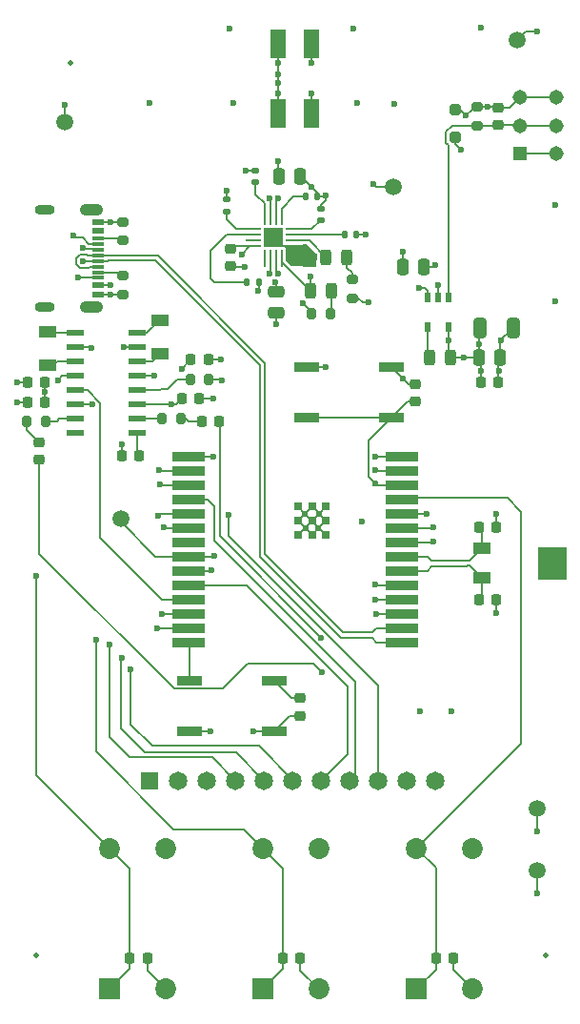
<source format=gbr>
%TF.GenerationSoftware,KiCad,Pcbnew,9.0.5*%
%TF.CreationDate,2025-11-15T02:09:42-05:00*%
%TF.ProjectId,CreditCard,43726564-6974-4436-9172-642e6b696361,rev?*%
%TF.SameCoordinates,Original*%
%TF.FileFunction,Copper,L4,Bot*%
%TF.FilePolarity,Positive*%
%FSLAX46Y46*%
G04 Gerber Fmt 4.6, Leading zero omitted, Abs format (unit mm)*
G04 Created by KiCad (PCBNEW 9.0.5) date 2025-11-15 02:09:42*
%MOMM*%
%LPD*%
G01*
G04 APERTURE LIST*
G04 Aperture macros list*
%AMRoundRect*
0 Rectangle with rounded corners*
0 $1 Rounding radius*
0 $2 $3 $4 $5 $6 $7 $8 $9 X,Y pos of 4 corners*
0 Add a 4 corners polygon primitive as box body*
4,1,4,$2,$3,$4,$5,$6,$7,$8,$9,$2,$3,0*
0 Add four circle primitives for the rounded corners*
1,1,$1+$1,$2,$3*
1,1,$1+$1,$4,$5*
1,1,$1+$1,$6,$7*
1,1,$1+$1,$8,$9*
0 Add four rect primitives between the rounded corners*
20,1,$1+$1,$2,$3,$4,$5,0*
20,1,$1+$1,$4,$5,$6,$7,0*
20,1,$1+$1,$6,$7,$8,$9,0*
20,1,$1+$1,$8,$9,$2,$3,0*%
G04 Aperture macros list end*
%TA.AperFunction,SMDPad,CuDef*%
%ADD10C,1.500000*%
%TD*%
%TA.AperFunction,ComponentPad*%
%ADD11R,1.854200X1.854200*%
%TD*%
%TA.AperFunction,ComponentPad*%
%ADD12C,1.854200*%
%TD*%
%TA.AperFunction,ComponentPad*%
%ADD13R,1.308000X1.308000*%
%TD*%
%TA.AperFunction,ComponentPad*%
%ADD14C,1.308000*%
%TD*%
%TA.AperFunction,ComponentPad*%
%ADD15R,1.650000X1.650000*%
%TD*%
%TA.AperFunction,ComponentPad*%
%ADD16C,1.650000*%
%TD*%
%TA.AperFunction,SMDPad,CuDef*%
%ADD17RoundRect,0.250000X-0.325000X-0.650000X0.325000X-0.650000X0.325000X0.650000X-0.325000X0.650000X0*%
%TD*%
%TA.AperFunction,SMDPad,CuDef*%
%ADD18RoundRect,0.225000X0.225000X0.250000X-0.225000X0.250000X-0.225000X-0.250000X0.225000X-0.250000X0*%
%TD*%
%TA.AperFunction,SMDPad,CuDef*%
%ADD19RoundRect,0.135000X0.135000X0.185000X-0.135000X0.185000X-0.135000X-0.185000X0.135000X-0.185000X0*%
%TD*%
%TA.AperFunction,SMDPad,CuDef*%
%ADD20R,1.600000X1.000000*%
%TD*%
%TA.AperFunction,SMDPad,CuDef*%
%ADD21R,2.500000X3.000000*%
%TD*%
%TA.AperFunction,SMDPad,CuDef*%
%ADD22RoundRect,0.225000X-0.225000X-0.250000X0.225000X-0.250000X0.225000X0.250000X-0.225000X0.250000X0*%
%TD*%
%TA.AperFunction,SMDPad,CuDef*%
%ADD23RoundRect,0.250000X-0.250000X-0.475000X0.250000X-0.475000X0.250000X0.475000X-0.250000X0.475000X0*%
%TD*%
%TA.AperFunction,SMDPad,CuDef*%
%ADD24RoundRect,0.135000X0.185000X-0.135000X0.185000X0.135000X-0.185000X0.135000X-0.185000X-0.135000X0*%
%TD*%
%TA.AperFunction,SMDPad,CuDef*%
%ADD25RoundRect,0.200000X0.275000X-0.200000X0.275000X0.200000X-0.275000X0.200000X-0.275000X-0.200000X0*%
%TD*%
%TA.AperFunction,SMDPad,CuDef*%
%ADD26RoundRect,0.225000X-0.250000X0.225000X-0.250000X-0.225000X0.250000X-0.225000X0.250000X0.225000X0*%
%TD*%
%TA.AperFunction,SMDPad,CuDef*%
%ADD27RoundRect,0.250000X-0.250000X0.250000X-0.250000X-0.250000X0.250000X-0.250000X0.250000X0.250000X0*%
%TD*%
%TA.AperFunction,SMDPad,CuDef*%
%ADD28RoundRect,0.200000X-0.200000X-0.275000X0.200000X-0.275000X0.200000X0.275000X-0.200000X0.275000X0*%
%TD*%
%TA.AperFunction,SMDPad,CuDef*%
%ADD29R,1.140000X0.600000*%
%TD*%
%TA.AperFunction,SMDPad,CuDef*%
%ADD30R,1.140000X0.300000*%
%TD*%
%TA.AperFunction,ComponentPad*%
%ADD31O,2.100000X1.050000*%
%TD*%
%TA.AperFunction,ComponentPad*%
%ADD32O,1.800000X0.900000*%
%TD*%
%TA.AperFunction,SMDPad,CuDef*%
%ADD33R,2.209800X0.863600*%
%TD*%
%TA.AperFunction,SMDPad,CuDef*%
%ADD34RoundRect,0.250000X-0.475000X0.250000X-0.475000X-0.250000X0.475000X-0.250000X0.475000X0.250000X0*%
%TD*%
%TA.AperFunction,SMDPad,CuDef*%
%ADD35C,0.500000*%
%TD*%
%TA.AperFunction,SMDPad,CuDef*%
%ADD36R,1.397000X2.500000*%
%TD*%
%TA.AperFunction,SMDPad,CuDef*%
%ADD37RoundRect,0.200000X0.200000X0.275000X-0.200000X0.275000X-0.200000X-0.275000X0.200000X-0.275000X0*%
%TD*%
%TA.AperFunction,SMDPad,CuDef*%
%ADD38R,0.280000X1.449999*%
%TD*%
%TA.AperFunction,SMDPad,CuDef*%
%ADD39R,0.279998X1.449999*%
%TD*%
%TA.AperFunction,SMDPad,CuDef*%
%ADD40R,1.449999X0.280000*%
%TD*%
%TA.AperFunction,SMDPad,CuDef*%
%ADD41R,0.280000X1.549999*%
%TD*%
%TA.AperFunction,SMDPad,CuDef*%
%ADD42R,1.700000X1.700000*%
%TD*%
%TA.AperFunction,SMDPad,CuDef*%
%ADD43R,0.508000X0.955600*%
%TD*%
%TA.AperFunction,SMDPad,CuDef*%
%ADD44RoundRect,0.243750X-0.243750X-0.456250X0.243750X-0.456250X0.243750X0.456250X-0.243750X0.456250X0*%
%TD*%
%TA.AperFunction,SMDPad,CuDef*%
%ADD45RoundRect,0.135000X-0.135000X-0.185000X0.135000X-0.185000X0.135000X0.185000X-0.135000X0.185000X0*%
%TD*%
%TA.AperFunction,SMDPad,CuDef*%
%ADD46RoundRect,0.250000X0.250000X0.475000X-0.250000X0.475000X-0.250000X-0.475000X0.250000X-0.475000X0*%
%TD*%
%TA.AperFunction,SMDPad,CuDef*%
%ADD47R,1.511300X0.558800*%
%TD*%
%TA.AperFunction,SMDPad,CuDef*%
%ADD48RoundRect,0.225000X0.250000X-0.225000X0.250000X0.225000X-0.250000X0.225000X-0.250000X-0.225000X0*%
%TD*%
%TA.AperFunction,SMDPad,CuDef*%
%ADD49R,3.000000X0.900000*%
%TD*%
%TA.AperFunction,SMDPad,CuDef*%
%ADD50R,3.000000X0.899998*%
%TD*%
%TA.AperFunction,SMDPad,CuDef*%
%ADD51R,3.000000X0.899996*%
%TD*%
%TA.AperFunction,SMDPad,CuDef*%
%ADD52R,0.800000X0.800000*%
%TD*%
%TA.AperFunction,SMDPad,CuDef*%
%ADD53RoundRect,0.135000X-0.185000X0.135000X-0.185000X-0.135000X0.185000X-0.135000X0.185000X0.135000X0*%
%TD*%
%TA.AperFunction,ViaPad*%
%ADD54C,0.600000*%
%TD*%
%TA.AperFunction,Conductor*%
%ADD55C,0.200000*%
%TD*%
G04 APERTURE END LIST*
D10*
%TO.P,IOCHG_TP1,1,1*%
%TO.N,IO_CHG*%
X110000000Y-81150000D03*
%TD*%
%TO.P,Vsys_TP1,1,1*%
%TO.N,Vsys*%
X134250000Y-51650000D03*
%TD*%
%TO.P,Vbus_TP1,1,1*%
%TO.N,Vbus*%
X105000000Y-45900000D03*
%TD*%
%TO.P,Vbat_TP1,1,1*%
%TO.N,Vbat*%
X145250000Y-38650000D03*
%TD*%
D11*
%TO.P,SW1,1,1*%
%TO.N,GPIO2*%
X109000000Y-122914250D03*
D12*
%TO.P,SW1,2,2*%
%TO.N,GND*%
X114000000Y-122914250D03*
%TO.P,SW1,3,3*%
X114000000Y-110414250D03*
%TO.P,SW1,4,4*%
%TO.N,GPIO2*%
X109000000Y-110414250D03*
%TD*%
D13*
%TO.P,S1,1*%
%TO.N,Vsys*%
X145525000Y-48725000D03*
D14*
%TO.P,S1,2*%
%TO.N,/PWR/POWER_EN*%
X145525000Y-46225000D03*
%TO.P,S1,3*%
%TO.N,GND*%
X145525000Y-43725000D03*
%TO.P,S1,4*%
%TO.N,Vsys*%
X148725000Y-48725000D03*
%TO.P,S1,5*%
%TO.N,/PWR/POWER_EN*%
X148725000Y-46225000D03*
%TO.P,S1,6*%
%TO.N,GND*%
X148725000Y-43725000D03*
%TD*%
D11*
%TO.P,SW2,1,1*%
%TO.N,GPIO3*%
X122649200Y-122914250D03*
D12*
%TO.P,SW2,2,2*%
%TO.N,GND*%
X127649200Y-122914250D03*
%TO.P,SW2,3,3*%
X127649200Y-110414250D03*
%TO.P,SW2,4,4*%
%TO.N,GPIO3*%
X122649200Y-110414250D03*
%TD*%
D15*
%TO.P,J2,1,1*%
%TO.N,3V3*%
X112600000Y-104400000D03*
D16*
%TO.P,J2,2,2*%
%TO.N,unconnected-(J2-Pad2)*%
X115140000Y-104400000D03*
%TO.P,J2,3,3*%
%TO.N,GND*%
X117680000Y-104400000D03*
%TO.P,J2,4,4*%
%TO.N,SCK*%
X120220000Y-104400000D03*
%TO.P,J2,5,5*%
%TO.N,MISO*%
X122760000Y-104400000D03*
%TO.P,J2,6,6*%
%TO.N,MOSI*%
X125300000Y-104400000D03*
%TO.P,J2,7,7*%
%TO.N,LCD_CS*%
X127840000Y-104400000D03*
%TO.P,J2,8,8*%
%TO.N,LCD_RESET*%
X130380000Y-104400000D03*
%TO.P,J2,9,9*%
%TO.N,LCD_D{slash}C*%
X132920000Y-104400000D03*
%TO.P,J2,10,10*%
%TO.N,CS_SD*%
X135460000Y-104400000D03*
%TO.P,J2,11,11*%
%TO.N,Net-(J2-Pad11)*%
X138000000Y-104400000D03*
%TD*%
D11*
%TO.P,SW3,1,1*%
%TO.N,GPIO4*%
X136298400Y-122914250D03*
D12*
%TO.P,SW3,2,2*%
%TO.N,GND*%
X141298400Y-122914250D03*
%TO.P,SW3,3,3*%
X141298400Y-110414250D03*
%TO.P,SW3,4,4*%
%TO.N,GPIO4*%
X136298400Y-110414250D03*
%TD*%
D17*
%TO.P,C7,1*%
%TO.N,3V3*%
X141925000Y-64200000D03*
%TO.P,C7,2*%
%TO.N,GND*%
X144875000Y-64200000D03*
%TD*%
D18*
%TO.P,C24,1*%
%TO.N,3V3*%
X103275000Y-70795000D03*
%TO.P,C24,2*%
%TO.N,GND*%
X101725000Y-70795000D03*
%TD*%
D19*
%TO.P,R31,1*%
%TO.N,GND*%
X127500099Y-52520100D03*
%TO.P,R31,2*%
%TO.N,/PWR/CE_CHR*%
X126480099Y-52520100D03*
%TD*%
D20*
%TO.P,Y1,1*%
%TO.N,XTAL_P*%
X142100000Y-86400000D03*
%TO.P,Y1,2*%
%TO.N,XTAL_N*%
X142100000Y-83800000D03*
D21*
%TO.P,Y1,S1*%
%TO.N,N/C*%
X148350000Y-85100000D03*
%TD*%
D10*
%TO.P,GND_TP1,1,1*%
%TO.N,GND*%
X147000000Y-112400000D03*
%TD*%
D22*
%TO.P,C8,1*%
%TO.N,3V3*%
X142025000Y-69000000D03*
%TO.P,C8,2*%
%TO.N,GND*%
X143575000Y-69000000D03*
%TD*%
D23*
%TO.P,C4,1*%
%TO.N,3V3*%
X141850000Y-66800000D03*
%TO.P,C4,2*%
%TO.N,GND*%
X143750000Y-66800000D03*
%TD*%
D22*
%TO.P,C11,1*%
%TO.N,GPIO3*%
X124425000Y-120200000D03*
%TO.P,C11,2*%
%TO.N,GND*%
X125975000Y-120200000D03*
%TD*%
D24*
%TO.P,R8,1*%
%TO.N,/PWR/TS_CHR*%
X121990099Y-51230100D03*
%TO.P,R8,2*%
%TO.N,GND*%
X121990099Y-50210100D03*
%TD*%
D22*
%TO.P,C12,1*%
%TO.N,XTAL_P*%
X141875000Y-88300000D03*
%TO.P,C12,2*%
%TO.N,GND*%
X143425000Y-88300000D03*
%TD*%
D25*
%TO.P,R10,1*%
%TO.N,/PWR/POWER_EN*%
X141725000Y-46250000D03*
%TO.P,R10,2*%
%TO.N,GND*%
X141725000Y-44600000D03*
%TD*%
D26*
%TO.P,C22,1*%
%TO.N,Net-(C22-Pad1)*%
X102746307Y-74370000D03*
%TO.P,C22,2*%
%TO.N,AudioR*%
X102746307Y-75920000D03*
%TD*%
D27*
%TO.P,D5,1,A1*%
%TO.N,GND*%
X139725000Y-44775000D03*
%TO.P,D5,2,A2*%
%TO.N,Vsys*%
X139725000Y-47275000D03*
%TD*%
D28*
%TO.P,R4,1*%
%TO.N,Vsys*%
X126965099Y-62920100D03*
%TO.P,R4,2*%
%TO.N,Net-(D2-A)*%
X128615099Y-62920100D03*
%TD*%
D20*
%TO.P,U11,1,VDD*%
%TO.N,Net-(U10-+OUT_L)*%
X113500000Y-63500000D03*
%TO.P,U11,2,GND*%
%TO.N,Net-(U10--OUT_L)*%
X113500000Y-66500000D03*
%TD*%
D22*
%TO.P,C17,1*%
%TO.N,XTAL_N*%
X141875000Y-81900000D03*
%TO.P,C17,2*%
%TO.N,GND*%
X143425000Y-81900000D03*
%TD*%
D29*
%TO.P,J3,A1_B12,GND*%
%TO.N,GND*%
X107965000Y-61200000D03*
%TO.P,J3,A4_B9,VBUS*%
%TO.N,Vbus*%
X107965000Y-60400000D03*
D30*
%TO.P,J3,A5,CC1_A*%
%TO.N,Net-(J3-CC1_A)*%
X107965000Y-59250000D03*
%TO.P,J3,A6,D+_A*%
%TO.N,D_P*%
X107965000Y-58250000D03*
%TO.P,J3,A7,D-_A*%
%TO.N,D_N*%
X107965000Y-57750000D03*
%TO.P,J3,A8,SBU1*%
%TO.N,Net-(F6-GOLDFINGER)*%
X107965000Y-56750000D03*
D29*
%TO.P,J3,B1_A12,GND__1*%
%TO.N,GND*%
X107965000Y-54800000D03*
%TO.P,J3,B4_A9,VBUS__1*%
%TO.N,unconnected-(J3-VBUS__1-PadB4_A9)*%
X107965000Y-55600000D03*
D30*
%TO.P,J3,B5,CC1_B*%
%TO.N,Net-(J3-CC1_B)*%
X107965000Y-56250000D03*
%TO.P,J3,B6,D+_B*%
%TO.N,D_P*%
X107965000Y-57250000D03*
%TO.P,J3,B7,D-_B*%
%TO.N,D_N*%
X107965000Y-58750000D03*
%TO.P,J3,B8,SBU2*%
%TO.N,Net-(F5-GOLDFINGER)*%
X107965000Y-59750000D03*
D31*
%TO.P,J3,SH1,SHIELD*%
%TO.N,GND*%
X107395000Y-62320000D03*
%TO.P,J3,SH2,SHIELD__1*%
X107395000Y-53680000D03*
D32*
%TO.P,J3,SH3,SHIELD__2*%
X103215000Y-62320000D03*
%TO.P,J3,SH4,SHIELD__3*%
X103215000Y-53680000D03*
%TD*%
D33*
%TO.P,U3,1,1*%
%TO.N,MCU_EN*%
X126557000Y-72150000D03*
%TO.P,U3,2,2*%
X134050000Y-72150000D03*
%TO.P,U3,3,3*%
%TO.N,GND*%
X126557000Y-67649998D03*
%TO.P,U3,4,4*%
X134050000Y-67649998D03*
%TD*%
D34*
%TO.P,C15,1*%
%TO.N,Vsys*%
X123790099Y-60970100D03*
%TO.P,C15,2*%
%TO.N,GND*%
X123790099Y-62870100D03*
%TD*%
D35*
%TO.P,FID2,*%
%TO.N,*%
X102500000Y-119900000D03*
%TD*%
D28*
%TO.P,R15,1*%
%TO.N,Net-(U10-INL)*%
X113675000Y-72245000D03*
%TO.P,R15,2*%
%TO.N,Net-(C6-Pad1)*%
X115325000Y-72245000D03*
%TD*%
D25*
%TO.P,R11,1*%
%TO.N,Net-(J3-CC1_B)*%
X110175000Y-56425000D03*
%TO.P,R11,2*%
%TO.N,GND*%
X110175000Y-54775000D03*
%TD*%
D36*
%TO.P,J1,1,1_1*%
%TO.N,GND*%
X126977478Y-45166955D03*
%TO.P,J1,2,1_2*%
X126977478Y-38966957D03*
%TO.P,J1,3,2_1*%
%TO.N,Vbat*%
X123977479Y-45166955D03*
%TO.P,J1,4,2_2*%
X123977479Y-38966957D03*
%TD*%
D37*
%TO.P,R18,1*%
%TO.N,3V3*%
X117825000Y-68800000D03*
%TO.P,R18,2*%
%TO.N,Net-(U10-MUTE)*%
X116175000Y-68800000D03*
%TD*%
D38*
%TO.P,U1,1,TS*%
%TO.N,/PWR/TS_CHR*%
X122799999Y-54400000D03*
%TO.P,U1,2,BAT*%
%TO.N,Vbat*%
X123300000Y-54400000D03*
D39*
%TO.P,U1,3,BAT*%
X123799999Y-54400000D03*
D38*
%TO.P,U1,4,\u002ACE*%
%TO.N,/PWR/CE_CHR*%
X124300001Y-54400000D03*
D40*
%TO.P,U1,5,EN2*%
%TO.N,/PWR/EN2_CHR*%
X125325000Y-55424811D03*
%TO.P,U1,6,EN1*%
%TO.N,/PWR/EN1_CHR*%
X125325000Y-55924937D03*
%TO.P,U1,7,\u002APGOOD*%
%TO.N,Net-(D3-K)*%
X125325000Y-56425063D03*
%TO.P,U1,8,VSS*%
%TO.N,GND*%
X125325000Y-56925189D03*
D41*
%TO.P,U1,9,\u002ACHG*%
%TO.N,IO_CHG*%
X124300001Y-58000000D03*
%TO.P,U1,10,OUT*%
%TO.N,Vsys*%
X123800000Y-58000000D03*
%TO.P,U1,11,OUT*%
X123300000Y-58000000D03*
%TO.P,U1,12,ILIM*%
%TO.N,/PWR/ILIM_CHR*%
X122799999Y-58000000D03*
D40*
%TO.P,U1,13,IN*%
%TO.N,Vbus*%
X121775000Y-56925189D03*
%TO.P,U1,14,TMR*%
%TO.N,/PWR/TMR_CHR*%
X121775000Y-56425063D03*
%TO.P,U1,15,TD*%
%TO.N,/PWR/TD_CHR*%
X121775000Y-55924937D03*
%TO.P,U1,16,ISET*%
%TO.N,/PWR/ISET_CHR*%
X121775000Y-55424811D03*
D42*
%TO.P,U1,17,EPAD*%
%TO.N,GND*%
X123550000Y-56175000D03*
%TD*%
D22*
%TO.P,C18,1*%
%TO.N,GPIO4*%
X138025000Y-120200000D03*
%TO.P,C18,2*%
%TO.N,GND*%
X139575000Y-120200000D03*
%TD*%
D43*
%TO.P,U2,1,VIN*%
%TO.N,Vsys*%
X137249999Y-61522200D03*
%TO.P,U2,2,GND*%
%TO.N,GND*%
X138200000Y-61522200D03*
%TO.P,U2,3,\u002ASHDN*%
%TO.N,/PWR/POWER_EN*%
X139150001Y-61522200D03*
%TO.P,U2,4,VFB/VOUT*%
%TO.N,3V3*%
X139150001Y-64077800D03*
%TO.P,U2,5,LX*%
%TO.N,Net-(U2-LX)*%
X137249999Y-64077800D03*
%TD*%
D25*
%TO.P,R5,1*%
%TO.N,Vsys*%
X130590099Y-61545100D03*
%TO.P,R5,2*%
%TO.N,Net-(D3-A)*%
X130590099Y-59895100D03*
%TD*%
D18*
%TO.P,C5,1*%
%TO.N,Net-(U10-VREF)*%
X111675450Y-75545000D03*
%TO.P,C5,2*%
%TO.N,GND*%
X110125450Y-75545000D03*
%TD*%
D44*
%TO.P,D3,1,K*%
%TO.N,Net-(D3-K)*%
X128252599Y-57920100D03*
%TO.P,D3,2,A*%
%TO.N,Net-(D3-A)*%
X130127599Y-57920100D03*
%TD*%
D24*
%TO.P,R7,1*%
%TO.N,/PWR/ISET_CHR*%
X119390099Y-53830100D03*
%TO.P,R7,2*%
%TO.N,GND*%
X119390099Y-52810100D03*
%TD*%
D35*
%TO.P,FID3,*%
%TO.N,*%
X147750000Y-119900000D03*
%TD*%
D22*
%TO.P,C6,1*%
%TO.N,Net-(C6-Pad1)*%
X117225000Y-72500000D03*
%TO.P,C6,2*%
%TO.N,AudioL*%
X118775000Y-72500000D03*
%TD*%
D44*
%TO.P,L1,1,1*%
%TO.N,Net-(U2-LX)*%
X137462500Y-66800000D03*
%TO.P,L1,2,2*%
%TO.N,3V3*%
X139337500Y-66800000D03*
%TD*%
D26*
%TO.P,C14,1*%
%TO.N,Vbus*%
X119790099Y-57145100D03*
%TO.P,C14,2*%
%TO.N,GND*%
X119790099Y-58695100D03*
%TD*%
D23*
%TO.P,C13,1*%
%TO.N,Vbat*%
X124040099Y-50720100D03*
%TO.P,C13,2*%
%TO.N,GND*%
X125940099Y-50720100D03*
%TD*%
D10*
%TO.P,3V3_TP1,1,1*%
%TO.N,3V3*%
X147000000Y-106900000D03*
%TD*%
D45*
%TO.P,R26,1*%
%TO.N,/PWR/EN1_CHR*%
X129880099Y-55920100D03*
%TO.P,R26,2*%
%TO.N,Vsys*%
X130900099Y-55920100D03*
%TD*%
D46*
%TO.P,C3,1*%
%TO.N,Vsys*%
X136950000Y-58800000D03*
%TO.P,C3,2*%
%TO.N,GND*%
X135050000Y-58800000D03*
%TD*%
D26*
%TO.P,C9,1*%
%TO.N,IO9*%
X125950000Y-97075000D03*
%TO.P,C9,2*%
%TO.N,GND*%
X125950000Y-98625000D03*
%TD*%
D47*
%TO.P,U10,1,+OUT_L*%
%TO.N,Net-(U10-+OUT_L)*%
X111500000Y-64650000D03*
%TO.P,U10,2,PGND*%
%TO.N,GND*%
X111500000Y-65920000D03*
%TO.P,U10,3,-OUT_L*%
%TO.N,Net-(U10--OUT_L)*%
X111500000Y-67190000D03*
%TO.P,U10,4,PVDD*%
%TO.N,3V3*%
X111500000Y-68460000D03*
%TO.P,U10,5,MUTE*%
%TO.N,Net-(U10-MUTE)*%
X111500000Y-69730000D03*
%TO.P,U10,6,VDD*%
%TO.N,3V3*%
X111500000Y-71000000D03*
%TO.P,U10,7,INL*%
%TO.N,Net-(U10-INL)*%
X111500000Y-72270000D03*
%TO.P,U10,8,VREF*%
%TO.N,Net-(U10-VREF)*%
X111500000Y-73540000D03*
%TO.P,U10,9,NC*%
%TO.N,unconnected-(U10-NC-Pad9)*%
X106000900Y-73540000D03*
%TO.P,U10,10,INR*%
%TO.N,Net-(U10-INR)*%
X106000900Y-72270000D03*
%TO.P,U10,11,GND*%
%TO.N,GND*%
X106000900Y-71000000D03*
%TO.P,U10,12,SHND*%
%TO.N,AudioCS*%
X106000900Y-69730000D03*
%TO.P,U10,13,PVDD*%
%TO.N,3V3*%
X106000900Y-68460000D03*
%TO.P,U10,14,-OUT_R*%
%TO.N,Net-(U10--OUT_R)*%
X106000900Y-67190000D03*
%TO.P,U10,15,PGND*%
%TO.N,GND*%
X106000900Y-65920000D03*
%TO.P,U10,16,+OUT_R*%
%TO.N,Net-(U10-+OUT_R)*%
X106000900Y-64650000D03*
%TD*%
D28*
%TO.P,R16,1*%
%TO.N,Net-(C22-Pad1)*%
X101675000Y-72500000D03*
%TO.P,R16,2*%
%TO.N,Net-(U10-INR)*%
X103325000Y-72500000D03*
%TD*%
D33*
%TO.P,U4,1,1*%
%TO.N,IO9*%
X123646500Y-95499999D03*
%TO.P,U4,2,2*%
X116153500Y-95499999D03*
%TO.P,U4,3,3*%
%TO.N,GND*%
X123646500Y-100000001D03*
%TO.P,U4,4,4*%
X116153500Y-100000001D03*
%TD*%
D35*
%TO.P,FID6,*%
%TO.N,*%
X105500000Y-40650000D03*
%TD*%
D18*
%TO.P,C23,1*%
%TO.N,3V3*%
X103275000Y-69000000D03*
%TO.P,C23,2*%
%TO.N,GND*%
X101725000Y-69000000D03*
%TD*%
D22*
%TO.P,C10,1*%
%TO.N,GPIO2*%
X110825000Y-120200000D03*
%TO.P,C10,2*%
%TO.N,GND*%
X112375000Y-120200000D03*
%TD*%
D18*
%TO.P,C26,1*%
%TO.N,GND*%
X116975000Y-70500000D03*
%TO.P,C26,2*%
%TO.N,3V3*%
X115425000Y-70500000D03*
%TD*%
D25*
%TO.P,R12,1*%
%TO.N,GND*%
X110175000Y-61225000D03*
%TO.P,R12,2*%
%TO.N,Net-(J3-CC1_A)*%
X110175000Y-59575000D03*
%TD*%
D44*
%TO.P,D2,1,K*%
%TO.N,IO_CHG*%
X126852599Y-60920100D03*
%TO.P,D2,2,A*%
%TO.N,Net-(D2-A)*%
X128727599Y-60920100D03*
%TD*%
D20*
%TO.P,U9,1,VDD*%
%TO.N,Net-(U10-+OUT_R)*%
X103500000Y-64500000D03*
%TO.P,U9,2,GND*%
%TO.N,Net-(U10--OUT_R)*%
X103500000Y-67500000D03*
%TD*%
D48*
%TO.P,C1,1*%
%TO.N,MCU_EN*%
X136200000Y-70725000D03*
%TO.P,C1,2*%
%TO.N,GND*%
X136200000Y-69175000D03*
%TD*%
D45*
%TO.P,R23,1*%
%TO.N,/PWR/TD_CHR*%
X121240000Y-60150000D03*
%TO.P,R23,2*%
%TO.N,Vsys*%
X122260000Y-60150000D03*
%TD*%
D49*
%TO.P,U8,1,GND*%
%TO.N,GND*%
X135000000Y-75590000D03*
%TO.P,U8,2,3V3*%
%TO.N,3V3*%
X135000000Y-76860000D03*
%TO.P,U8,3,EN*%
%TO.N,MCU_EN*%
X135000000Y-78130000D03*
%TO.P,U8,4,IO4*%
%TO.N,GPIO4*%
X135000000Y-79400000D03*
%TO.P,U8,5,IO5*%
%TO.N,GPIO5*%
X135000000Y-80670000D03*
%TO.P,U8,6,IO6*%
%TO.N,GPIO6*%
X135000000Y-81940000D03*
%TO.P,U8,7,IO7*%
%TO.N,GPIO7*%
X135000000Y-83210000D03*
%TO.P,U8,8,IO0*%
%TO.N,XTAL_N*%
X135000000Y-84480000D03*
%TO.P,U8,9,IO1*%
%TO.N,XTAL_P*%
X135000000Y-85750000D03*
%TO.P,U8,10,IO8*%
%TO.N,Net-(U8-IO8)*%
X135000000Y-87020000D03*
%TO.P,U8,11,IO10*%
%TO.N,AudioL*%
X135000000Y-88290000D03*
%TO.P,U8,12,IO11*%
%TO.N,AudioR*%
X135000000Y-89560000D03*
D50*
%TO.P,U8,13,IO12*%
%TO.N,D_N*%
X135000000Y-90829999D03*
%TO.P,U8,14,IO13*%
%TO.N,D_P*%
X135000000Y-92099999D03*
D49*
%TO.P,U8,15,IO9*%
%TO.N,IO9*%
X116000000Y-92100000D03*
%TO.P,U8,16,IO18*%
%TO.N,MISO*%
X116000000Y-90830000D03*
%TO.P,U8,17,IO19*%
%TO.N,MOSI*%
X116000000Y-89560000D03*
%TO.P,U8,18,IO20*%
%TO.N,AudioCS*%
X116000000Y-88290000D03*
%TO.P,U8,19,IO21*%
%TO.N,LCD_CS*%
X116000000Y-87020000D03*
%TO.P,U8,20,IO22*%
%TO.N,CS_SD*%
X116000000Y-85750000D03*
%TO.P,U8,21,IO23*%
%TO.N,IO_CHG*%
X116000000Y-84480000D03*
D50*
%TO.P,U8,22,NC*%
%TO.N,unconnected-(U8-NC-Pad22)*%
X116000000Y-83210001D03*
D51*
%TO.P,U8,23,IO15*%
%TO.N,SCK*%
X116000000Y-81940002D03*
D50*
%TO.P,U8,24,RXD0/GPIO17*%
%TO.N,LCD_D{slash}C*%
X116000000Y-80670001D03*
D49*
%TO.P,U8,25,TXD0/GPIO16*%
%TO.N,LCD_RESET*%
X116000000Y-79400000D03*
D50*
%TO.P,U8,26,IO3*%
%TO.N,GPIO3*%
X116000000Y-78130001D03*
D49*
%TO.P,U8,27,IO2*%
%TO.N,GPIO2*%
X116000000Y-76860000D03*
D50*
%TO.P,U8,28,GND__1*%
%TO.N,GND*%
X116000000Y-75590001D03*
D52*
%TO.P,U8,29_1,GND__2*%
X128255000Y-80060000D03*
%TO.P,U8,29_2,GND__3*%
X127005000Y-80060000D03*
%TO.P,U8,29_3,GND__4*%
X125755000Y-80060000D03*
%TO.P,U8,29_4,GND__5*%
X128255000Y-81310000D03*
%TO.P,U8,29_5,GND__6*%
X127005000Y-81310000D03*
%TO.P,U8,29_6,GND__7*%
X125755000Y-81310000D03*
%TO.P,U8,29_7,GND__8*%
X128255000Y-82560000D03*
%TO.P,U8,29_8,GND__9*%
X127005000Y-82560000D03*
%TO.P,U8,29_9,GND__10*%
X125755000Y-82560000D03*
%TD*%
D48*
%TO.P,C16,1*%
%TO.N,/PWR/POWER_EN*%
X143525000Y-46200000D03*
%TO.P,C16,2*%
%TO.N,GND*%
X143525000Y-44650000D03*
%TD*%
D22*
%TO.P,C25,1*%
%TO.N,3V3*%
X116225000Y-67000000D03*
%TO.P,C25,2*%
%TO.N,GND*%
X117775000Y-67000000D03*
%TD*%
D53*
%TO.P,R29,1*%
%TO.N,GND*%
X127790099Y-53610100D03*
%TO.P,R29,2*%
%TO.N,/PWR/EN2_CHR*%
X127790099Y-54630100D03*
%TD*%
D54*
%TO.N,Vbat*%
X147000000Y-37900000D03*
%TO.N,Vsys*%
X132500000Y-51400000D03*
%TO.N,Vbus*%
X105000000Y-44400000D03*
%TO.N,GND*%
X147000000Y-114400000D03*
%TO.N,3V3*%
X147000000Y-108900000D03*
X103275000Y-69900000D03*
X104437500Y-68837500D03*
X113000000Y-68460000D03*
X115412500Y-67812500D03*
X114500000Y-71000000D03*
X119000000Y-68900000D03*
%TO.N,Vsys*%
X140250000Y-48400000D03*
X136500000Y-60650000D03*
X138000000Y-58650000D03*
X131750000Y-55900000D03*
X132000000Y-61900000D03*
X126204664Y-62000783D03*
X123750000Y-60150000D03*
X122250000Y-60900000D03*
X124000000Y-59400000D03*
X123250000Y-59400000D03*
%TO.N,Vbat*%
X123977479Y-40650000D03*
X123977479Y-41650000D03*
X123977479Y-42400000D03*
X123977479Y-43400000D03*
X123977479Y-49400000D03*
X124000000Y-52650000D03*
X123250000Y-52650000D03*
%TO.N,3V3*%
X141850000Y-65600000D03*
X148600000Y-61800000D03*
X140500000Y-66800000D03*
X132600000Y-76800000D03*
X142025000Y-68000000D03*
X139400000Y-98200000D03*
X131462500Y-81362500D03*
X139150001Y-65300000D03*
%TO.N,MCU_EN*%
X132600000Y-78000000D03*
%TO.N,GND*%
X118000000Y-100000001D03*
X121100000Y-50200000D03*
X125300000Y-58300000D03*
X126422500Y-81977500D03*
X130700000Y-37600000D03*
X109100000Y-54800000D03*
X109100000Y-61200000D03*
X126949999Y-51650001D03*
X126100000Y-57600000D03*
X143600000Y-68000000D03*
X131000000Y-44250001D03*
X126977478Y-43400000D03*
X118200000Y-75600000D03*
X100800000Y-69000000D03*
X126397500Y-80702500D03*
X125325000Y-57600000D03*
X121000000Y-58800003D03*
X123800000Y-63900000D03*
X118900000Y-67000000D03*
X127607500Y-80707500D03*
X126800000Y-58300000D03*
X121800000Y-100000000D03*
X110300000Y-65900000D03*
X120000000Y-44250001D03*
X138200000Y-60400000D03*
X132600000Y-75600000D03*
X100800000Y-70800000D03*
X143800000Y-65300000D03*
X119700000Y-37600000D03*
X128250000Y-52400000D03*
X126100000Y-58300000D03*
X136600000Y-98200000D03*
X107500000Y-71000000D03*
X142600000Y-44600000D03*
X148600000Y-53300000D03*
X134300000Y-44300000D03*
X135100000Y-57400000D03*
X110100000Y-74500000D03*
X135100001Y-68699999D03*
X118200000Y-70500000D03*
X140700000Y-45300000D03*
X142000000Y-37500000D03*
X128200000Y-67700000D03*
X119400000Y-52000000D03*
X127582500Y-81982500D03*
X143400000Y-80700000D03*
X112600000Y-44200000D03*
X143425000Y-89500000D03*
X107400000Y-66000000D03*
X126977478Y-40650000D03*
X126800000Y-57600000D03*
%TO.N,GPIO2*%
X102500000Y-86200000D03*
X113400000Y-76800000D03*
%TO.N,GPIO3*%
X113500000Y-78100000D03*
X107800000Y-91900000D03*
%TO.N,Vbus*%
X109100000Y-60400000D03*
X120750000Y-57650000D03*
%TO.N,GPIO5*%
X137200000Y-80700000D03*
%TO.N,GPIO6*%
X137800000Y-81900000D03*
%TO.N,GPIO7*%
X137800000Y-83200000D03*
%TO.N,IO_CHG*%
X118350000Y-84450000D03*
X126900000Y-59600000D03*
%TO.N,LCD_D{slash}C*%
X113300000Y-80900000D03*
X119600000Y-80800000D03*
%TO.N,CS_SD*%
X118100000Y-85700000D03*
%TO.N,MISO*%
X113200000Y-90900000D03*
X110100000Y-93500000D03*
%TO.N,MOSI*%
X113700000Y-89600000D03*
X110900000Y-94500000D03*
%TO.N,SCK*%
X109000000Y-92300000D03*
X113800000Y-81900000D03*
%TO.N,D_P*%
X106650000Y-58250000D03*
X106600473Y-57049000D03*
%TO.N,Net-(U8-IO8)*%
X132600000Y-87000000D03*
%TO.N,AudioL*%
X132600000Y-88300000D03*
X127800000Y-91700000D03*
%TO.N,AudioR*%
X132700000Y-89600000D03*
X127900000Y-94800000D03*
%TO.N,Net-(F5-GOLDFINGER)*%
X106175000Y-59750000D03*
%TO.N,Net-(F6-GOLDFINGER)*%
X105800000Y-56000000D03*
%TD*%
D55*
%TO.N,Vsys*%
X132750000Y-51650000D02*
X134250000Y-51650000D01*
X132500000Y-51400000D02*
X132750000Y-51650000D01*
%TO.N,Vbus*%
X105000000Y-45900000D02*
X105000000Y-44400000D01*
%TO.N,GND*%
X147000000Y-112400000D02*
X147000000Y-114400000D01*
%TO.N,3V3*%
X147000000Y-106900000D02*
X147000000Y-108900000D01*
X103275000Y-69900000D02*
X103275000Y-70795000D01*
X113000000Y-68460000D02*
X111500000Y-68460000D01*
X114500000Y-71000000D02*
X114925000Y-71000000D01*
X117825000Y-68800000D02*
X118900000Y-68800000D01*
%TO.N,Vsys*%
X126965099Y-62761218D02*
X126965099Y-62920100D01*
X126204664Y-62000783D02*
X126965099Y-62761218D01*
X131145100Y-61545100D02*
X130590099Y-61545100D01*
X131500000Y-61900000D02*
X131145100Y-61545100D01*
X132000000Y-61900000D02*
X131500000Y-61900000D01*
X139725000Y-47875000D02*
X140250000Y-48400000D01*
X139725000Y-47275000D02*
X139725000Y-47875000D01*
X137000000Y-60650000D02*
X136500000Y-60650000D01*
X137249999Y-60899999D02*
X137000000Y-60650000D01*
X137249999Y-61522200D02*
X137249999Y-60899999D01*
X136950000Y-58800000D02*
X137850000Y-58800000D01*
X137850000Y-58800000D02*
X138000000Y-58650000D01*
%TO.N,IO_CHG*%
X113080000Y-84480000D02*
X116000000Y-84480000D01*
X110000000Y-81400000D02*
X113080000Y-84480000D01*
%TO.N,Vsys*%
X131479900Y-55920100D02*
X130900099Y-55920100D01*
X131750000Y-55900000D02*
X131500000Y-55900000D01*
X131500000Y-55900000D02*
X131479900Y-55920100D01*
X122260000Y-60890000D02*
X122250000Y-60900000D01*
X122260000Y-60150000D02*
X122260000Y-60890000D01*
X123790099Y-60190099D02*
X123750000Y-60150000D01*
X123790099Y-60970100D02*
X123790099Y-60190099D01*
X123300000Y-59350000D02*
X123250000Y-59400000D01*
X123300000Y-58000000D02*
X123300000Y-59350000D01*
X123800000Y-59200000D02*
X124000000Y-59400000D01*
X123800000Y-58000000D02*
X123800000Y-59200000D01*
%TO.N,/PWR/TD_CHR*%
X118329999Y-60150000D02*
X121240000Y-60150000D01*
X117990099Y-57320100D02*
X117990099Y-59810100D01*
X119385262Y-55924937D02*
X117990099Y-57320100D01*
X121775000Y-55924937D02*
X119385262Y-55924937D01*
X117990099Y-59810100D02*
X118329999Y-60150000D01*
%TO.N,GND*%
X128250000Y-52400000D02*
X128140200Y-52400000D01*
X128020100Y-52520100D02*
X127500099Y-52520100D01*
X127790099Y-53309901D02*
X127790099Y-53610100D01*
X128250000Y-52850000D02*
X127790099Y-53309901D01*
X128140200Y-52400000D02*
X128020100Y-52520100D01*
X128250000Y-52400000D02*
X128250000Y-52850000D01*
X126977478Y-43400000D02*
X126977478Y-45166955D01*
X126977478Y-38966957D02*
X126977478Y-40650000D01*
%TO.N,Vbat*%
X123977479Y-42400000D02*
X123977479Y-43400000D01*
X123977479Y-41650000D02*
X123977479Y-42400000D01*
X123977479Y-40650000D02*
X123977479Y-41650000D01*
X123977479Y-38966957D02*
X123977479Y-40650000D01*
X123977479Y-43400000D02*
X123977479Y-45166955D01*
X123977479Y-49400000D02*
X123977479Y-50657480D01*
X123300000Y-52700000D02*
X123250000Y-52650000D01*
X123300000Y-54400000D02*
X123300000Y-52700000D01*
X123799999Y-52850001D02*
X124000000Y-52650000D01*
X123799999Y-54400000D02*
X123799999Y-52850001D01*
%TO.N,Vbus*%
X121474811Y-56925189D02*
X121775000Y-56925189D01*
X120750000Y-57650000D02*
X121474811Y-56925189D01*
%TO.N,GND*%
X121000000Y-58800003D02*
X119895002Y-58800003D01*
X119895002Y-58800003D02*
X119790099Y-58695100D01*
%TO.N,3V3*%
X139150001Y-65300000D02*
X139150001Y-66612501D01*
X142025000Y-68000000D02*
X142025000Y-66975000D01*
X114925000Y-71000000D02*
X115425000Y-70500000D01*
X115725000Y-70500000D02*
X115425000Y-70500000D01*
X106000900Y-68460000D02*
X104815000Y-68460000D01*
X141850000Y-65600000D02*
X141850000Y-66800000D01*
X142025000Y-66975000D02*
X141850000Y-66800000D01*
X141925000Y-64200000D02*
X141925000Y-64525000D01*
X140500000Y-66800000D02*
X141850000Y-66800000D01*
X111500000Y-71000000D02*
X114500000Y-71000000D01*
X141925000Y-64525000D02*
X141850000Y-64600000D01*
X116225000Y-67000000D02*
X115412500Y-67812500D01*
X139150001Y-64077800D02*
X139150001Y-65300000D01*
X141850000Y-64600000D02*
X141850000Y-65600000D01*
X139150001Y-66612501D02*
X139337500Y-66800000D01*
X141802800Y-64077800D02*
X141925000Y-64200000D01*
X141925000Y-64200000D02*
X141800000Y-64075000D01*
X103275000Y-69000000D02*
X103275000Y-69900000D01*
X104815000Y-68460000D02*
X104437500Y-68837500D01*
X142025000Y-69000000D02*
X142025000Y-68000000D01*
X132660000Y-76860000D02*
X132600000Y-76800000D01*
X111535000Y-68495000D02*
X111500000Y-68460000D01*
X139337500Y-66800000D02*
X140500000Y-66800000D01*
X135000000Y-76860000D02*
X132660000Y-76860000D01*
%TO.N,MCU_EN*%
X135000000Y-78130000D02*
X132730000Y-78130000D01*
X131999000Y-77399000D02*
X132600000Y-78000000D01*
X131999000Y-74201000D02*
X131999000Y-77399000D01*
X126557000Y-72150000D02*
X134050000Y-72150000D01*
X132730000Y-78130000D02*
X132600000Y-78000000D01*
X134050000Y-72150000D02*
X131999000Y-74201000D01*
X135475000Y-70725000D02*
X134050000Y-72150000D01*
X136200000Y-70725000D02*
X135475000Y-70725000D01*
%TO.N,GND*%
X109550000Y-61225000D02*
X109525000Y-61200000D01*
X143575000Y-69000000D02*
X143575000Y-66975000D01*
X127582500Y-81982500D02*
X128255000Y-81310000D01*
X143575000Y-66975000D02*
X143750000Y-66800000D01*
X128255000Y-80060000D02*
X127607500Y-80707500D01*
X110175000Y-61225000D02*
X109550000Y-61225000D01*
X117800000Y-67000000D02*
X118900000Y-67000000D01*
X140175000Y-44775000D02*
X140700000Y-45300000D01*
X126000000Y-50700000D02*
X126949999Y-51650001D01*
X143750000Y-66800000D02*
X143750000Y-65325000D01*
X101700000Y-69000000D02*
X100800000Y-69000000D01*
X126422500Y-81977500D02*
X125755000Y-81310000D01*
X125325000Y-56925189D02*
X125300000Y-56925189D01*
X132610000Y-75590000D02*
X132600000Y-75600000D01*
X138200000Y-61500000D02*
X138200000Y-60400000D01*
X119390099Y-52009901D02*
X119400000Y-52000000D01*
X141725000Y-44600000D02*
X142600000Y-44600000D01*
X126557000Y-67649998D02*
X128149998Y-67649998D01*
X135100001Y-68699999D02*
X135575002Y-69175000D01*
X106000900Y-65920000D02*
X107320000Y-65920000D01*
X143400000Y-80700000D02*
X143400000Y-81900000D01*
X125755000Y-80060000D02*
X126397500Y-80702500D01*
X139725000Y-44775000D02*
X140175000Y-44775000D01*
X111500000Y-65900000D02*
X110300000Y-65900000D01*
X123790099Y-62870100D02*
X123790099Y-62990099D01*
X125021501Y-98625000D02*
X123646500Y-100000001D01*
X124300189Y-56925189D02*
X123550000Y-56175000D01*
X107320000Y-65920000D02*
X107400000Y-66000000D01*
X128149998Y-67649998D02*
X128200000Y-67700000D01*
X145525000Y-43725000D02*
X148725000Y-43725000D01*
X127500099Y-52200101D02*
X127500099Y-52520100D01*
X100805000Y-70795000D02*
X100800000Y-70800000D01*
X123800000Y-63000000D02*
X123800000Y-63900000D01*
X107965000Y-54800000D02*
X109100000Y-54800000D01*
X125325000Y-56925189D02*
X126025189Y-56925189D01*
X112375000Y-121289250D02*
X114000000Y-122914250D01*
X125325000Y-56925189D02*
X125174811Y-56925189D01*
X121799999Y-100000001D02*
X121800000Y-100000000D01*
X121800001Y-100000001D02*
X123646500Y-100000001D01*
X134050000Y-67649998D02*
X135100001Y-68699999D01*
X126397500Y-80702500D02*
X128255000Y-82560000D01*
X143425000Y-88300000D02*
X143425000Y-89500000D01*
X109100000Y-61200000D02*
X107965000Y-61200000D01*
X116153500Y-100000001D02*
X118000000Y-100000001D01*
X127005000Y-80060000D02*
X125755000Y-81310000D01*
X138200000Y-61522200D02*
X138200000Y-61500000D01*
X125940099Y-50720100D02*
X125979900Y-50720100D01*
X121990099Y-50210100D02*
X121110100Y-50210100D01*
X123790099Y-62990099D02*
X123800000Y-63000000D01*
X125325000Y-56925189D02*
X124300189Y-56925189D01*
X121800000Y-100000000D02*
X121800001Y-100000001D01*
X143400000Y-81900000D02*
X143425000Y-81900000D01*
X141550000Y-44775000D02*
X141725000Y-44600000D01*
X135050000Y-57450000D02*
X135100000Y-57400000D01*
X109100000Y-54800000D02*
X110150000Y-54800000D01*
X128255000Y-81310000D02*
X127005000Y-80060000D01*
X106000900Y-71000000D02*
X107500000Y-71000000D01*
X116000000Y-75600000D02*
X118200000Y-75600000D01*
X143525000Y-44650000D02*
X144600000Y-44650000D01*
X125975000Y-121240050D02*
X127649200Y-122914250D01*
X140700000Y-45300000D02*
X141225000Y-44775000D01*
X111500000Y-65920000D02*
X111500000Y-65900000D01*
X135000000Y-75590000D02*
X132610000Y-75590000D01*
X127005000Y-82560000D02*
X126422500Y-81977500D01*
X135575002Y-69175000D02*
X136200000Y-69175000D01*
X143750000Y-65325000D02*
X144875000Y-64200000D01*
X110150000Y-54800000D02*
X110175000Y-54775000D01*
X141225000Y-44775000D02*
X141550000Y-44775000D01*
X144600000Y-44650000D02*
X145525000Y-43725000D01*
X125979900Y-50720100D02*
X126000000Y-50700000D01*
X139575000Y-120200000D02*
X139575000Y-121190850D01*
X127607500Y-80707500D02*
X125755000Y-82560000D01*
X116975000Y-70500000D02*
X118200000Y-70500000D01*
X125950000Y-98625000D02*
X125021501Y-98625000D01*
X101725000Y-70795000D02*
X100805000Y-70795000D01*
X121110100Y-50210100D02*
X121100000Y-50200000D01*
X139575000Y-121190850D02*
X141298400Y-122914250D01*
X127005000Y-82560000D02*
X127582500Y-81982500D01*
X110125450Y-75545000D02*
X110125450Y-74525450D01*
X101725000Y-69000000D02*
X101700000Y-69000000D01*
X119390099Y-52810100D02*
X119390099Y-52009901D01*
X109525000Y-61200000D02*
X109100000Y-61200000D01*
X112375000Y-120200000D02*
X112375000Y-121289250D01*
X125975000Y-120400000D02*
X125975000Y-121240050D01*
X143475000Y-44600000D02*
X143525000Y-44650000D01*
X116000000Y-75590001D02*
X116000000Y-75600000D01*
X117775000Y-67000000D02*
X117800000Y-67000000D01*
X126025189Y-56925189D02*
X126400000Y-57300000D01*
X142600000Y-44600000D02*
X143475000Y-44600000D01*
X135050000Y-58800000D02*
X135050000Y-57450000D01*
X126949999Y-51650001D02*
X127500099Y-52200101D01*
%TO.N,Vsys*%
X145875000Y-49075000D02*
X145525000Y-48725000D01*
X145525000Y-48725000D02*
X148725000Y-48725000D01*
X123800000Y-60960199D02*
X123790099Y-60970100D01*
X137249999Y-59299999D02*
X136750000Y-58800000D01*
%TO.N,IO9*%
X116153500Y-92253500D02*
X116000000Y-92100000D01*
X125221501Y-97075000D02*
X123646500Y-95499999D01*
X125950000Y-97075000D02*
X125221501Y-97075000D01*
X116153500Y-95499999D02*
X116153500Y-92253500D01*
%TO.N,GPIO2*%
X102500000Y-103914250D02*
X102500000Y-86200000D01*
X113400000Y-76800000D02*
X113460000Y-76860000D01*
X110825000Y-120200000D02*
X110825000Y-112239250D01*
X109000000Y-110414250D02*
X102500000Y-103914250D01*
X110825000Y-121089250D02*
X109000000Y-122914250D01*
X110825000Y-120200000D02*
X110825000Y-121089250D01*
X113460000Y-76860000D02*
X116000000Y-76860000D01*
X110825000Y-112239250D02*
X109000000Y-110414250D01*
%TO.N,GPIO3*%
X124425000Y-112190050D02*
X122649200Y-110414250D01*
X114674000Y-108700000D02*
X107800000Y-101826000D01*
X124425000Y-120200000D02*
X124425000Y-112190050D01*
X113500000Y-78100000D02*
X113530001Y-78130001D01*
X124425000Y-120400000D02*
X124425000Y-121138450D01*
X113530001Y-78130001D02*
X116000000Y-78130001D01*
X120934950Y-108700000D02*
X114674000Y-108700000D01*
X124425000Y-121138450D02*
X122649200Y-122914250D01*
X107800000Y-101826000D02*
X107800000Y-91900000D01*
X122649200Y-110414250D02*
X120934950Y-108700000D01*
%TO.N,Vbat*%
X123690097Y-50370098D02*
X124040099Y-50720100D01*
X123977479Y-50657480D02*
X124040099Y-50720100D01*
%TO.N,Vbus*%
X120010010Y-56925189D02*
X119790099Y-57145100D01*
X107965000Y-60400000D02*
X109100000Y-60400000D01*
X121775000Y-56925189D02*
X120010010Y-56925189D01*
%TO.N,/PWR/POWER_EN*%
X143475000Y-46250000D02*
X143525000Y-46200000D01*
X145525000Y-46225000D02*
X148725000Y-46225000D01*
X141725000Y-46250000D02*
X139463840Y-46250000D01*
X143525000Y-46200000D02*
X145500000Y-46200000D01*
X138924000Y-46789840D02*
X138924000Y-47760160D01*
X141725000Y-46250000D02*
X143475000Y-46250000D01*
X139150001Y-47986161D02*
X139150001Y-61522200D01*
X145500000Y-46200000D02*
X145525000Y-46225000D01*
X139463840Y-46250000D02*
X138924000Y-46789840D01*
X138924000Y-47760160D02*
X139150001Y-47986161D01*
%TO.N,GPIO4*%
X136298400Y-110414250D02*
X145600000Y-101112650D01*
X145600000Y-101112650D02*
X145600000Y-80500000D01*
X138025000Y-120200000D02*
X138025000Y-121187650D01*
X145600000Y-80500000D02*
X144400000Y-79300000D01*
X135100000Y-79300000D02*
X135000000Y-79400000D01*
X138025000Y-121187650D02*
X136298400Y-122914250D01*
X138025000Y-112140850D02*
X136298400Y-110414250D01*
X138025000Y-120200000D02*
X138025000Y-112140850D01*
X144400000Y-79300000D02*
X135100000Y-79300000D01*
%TO.N,GPIO5*%
X135000000Y-80670000D02*
X137170000Y-80670000D01*
X137170000Y-80670000D02*
X137200000Y-80700000D01*
%TO.N,GPIO6*%
X137760000Y-81940000D02*
X137800000Y-81900000D01*
X135000000Y-81940000D02*
X137760000Y-81940000D01*
%TO.N,GPIO7*%
X135000000Y-83210000D02*
X137790000Y-83210000D01*
X137790000Y-83210000D02*
X137800000Y-83200000D01*
%TO.N,Net-(D2-A)*%
X128727599Y-62807600D02*
X128615099Y-62920100D01*
X128727599Y-60920100D02*
X128727599Y-62807600D01*
%TO.N,IO_CHG*%
X126852599Y-60920100D02*
X126852599Y-59647401D01*
X116000000Y-84500000D02*
X118300000Y-84500000D01*
X126852599Y-59647401D02*
X126900000Y-59600000D01*
X124300001Y-58367502D02*
X124300001Y-58000000D01*
X126852599Y-60920100D02*
X124300001Y-58367502D01*
X116000000Y-84480000D02*
X116000000Y-84500000D01*
X118300000Y-84500000D02*
X118350000Y-84450000D01*
%TO.N,Net-(D3-K)*%
X128252599Y-57920100D02*
X126757562Y-56425063D01*
X126757562Y-56425063D02*
X125325000Y-56425063D01*
%TO.N,Net-(D3-A)*%
X130127599Y-57920100D02*
X130127599Y-58857600D01*
X130590099Y-59320100D02*
X130590099Y-59895100D01*
X130127599Y-58857600D02*
X130590099Y-59320100D01*
%TO.N,LCD_D{slash}C*%
X132920000Y-95970057D02*
X119600000Y-82650057D01*
X113529999Y-80670001D02*
X113300000Y-80900000D01*
X132920000Y-104400000D02*
X132920000Y-95970057D01*
X119600000Y-82650057D02*
X119600000Y-80800000D01*
X116000000Y-80670001D02*
X113529999Y-80670001D01*
%TO.N,CS_SD*%
X118100000Y-85700000D02*
X118000000Y-85700000D01*
X118000000Y-85700000D02*
X117950000Y-85750000D01*
X117950000Y-85750000D02*
X116000000Y-85750000D01*
%TO.N,MISO*%
X112100000Y-101900000D02*
X110000000Y-99800000D01*
X110000000Y-93600000D02*
X110100000Y-93500000D01*
X122760000Y-104400000D02*
X120260000Y-101900000D01*
X122760000Y-104400000D02*
X122760000Y-104360000D01*
X115930000Y-90900000D02*
X116000000Y-90830000D01*
X122760000Y-104360000D02*
X122700000Y-104300000D01*
X113200000Y-90900000D02*
X115930000Y-90900000D01*
X110000000Y-99800000D02*
X110000000Y-93600000D01*
X120260000Y-101900000D02*
X112100000Y-101900000D01*
%TO.N,MOSI*%
X125300000Y-104300000D02*
X122300000Y-101300000D01*
X113840000Y-89560000D02*
X116000000Y-89560000D01*
X125300000Y-104400000D02*
X125300000Y-104300000D01*
X110900000Y-99400000D02*
X110900000Y-94500000D01*
X113800000Y-89600000D02*
X113840000Y-89560000D01*
X113700000Y-89600000D02*
X113800000Y-89600000D01*
X112800000Y-101300000D02*
X110900000Y-99400000D01*
X122300000Y-101300000D02*
X112800000Y-101300000D01*
%TO.N,SCK*%
X113800000Y-81900000D02*
X113840002Y-81940002D01*
X118120000Y-102300000D02*
X120220000Y-104400000D01*
X109000000Y-92300000D02*
X109000000Y-100500000D01*
X113840002Y-81940002D02*
X116000000Y-81940002D01*
X110800000Y-102300000D02*
X118120000Y-102300000D01*
X109000000Y-100500000D02*
X110800000Y-102300000D01*
%TO.N,LCD_RESET*%
X130380000Y-104400000D02*
X130900000Y-103880000D01*
X130850056Y-103929944D02*
X130850056Y-95600000D01*
X130850056Y-95600000D02*
X118300000Y-83049944D01*
X130380000Y-104400000D02*
X130850056Y-103929944D01*
X117700000Y-79400000D02*
X116000000Y-79400000D01*
X118300000Y-83049944D02*
X118300000Y-80000000D01*
X118300000Y-80000000D02*
X117700000Y-79400000D01*
%TO.N,D_P*%
X107965000Y-58250000D02*
X106650000Y-58250000D01*
X122375000Y-84493198D02*
X122375000Y-67493198D01*
X108845001Y-58225000D02*
X108820001Y-58250000D01*
X113106802Y-58225000D02*
X108845001Y-58225000D01*
X122375000Y-67493198D02*
X113106802Y-58225000D01*
X107915000Y-57200000D02*
X107965000Y-57250000D01*
X132749999Y-92099999D02*
X132339999Y-91689999D01*
X106751473Y-57200000D02*
X107915000Y-57200000D01*
X106600473Y-57049000D02*
X106751473Y-57200000D01*
X132339999Y-91689999D02*
X129571801Y-91689999D01*
X108820001Y-58250000D02*
X107965000Y-58250000D01*
X129571801Y-91689999D02*
X122375000Y-84493198D01*
X135000000Y-92099999D02*
X132749999Y-92099999D01*
%TO.N,D_N*%
X122825000Y-84306802D02*
X122825000Y-67306802D01*
X106944000Y-57649000D02*
X106401057Y-57649000D01*
X107149000Y-58851000D02*
X107250000Y-58750000D01*
X106401057Y-57649000D02*
X106049000Y-58001057D01*
X132339999Y-91239999D02*
X129758197Y-91239999D01*
X108845001Y-57775000D02*
X108820001Y-57750000D01*
X132749999Y-90829999D02*
X132339999Y-91239999D01*
X106401057Y-58851000D02*
X107149000Y-58851000D01*
X122825000Y-67306802D02*
X113293198Y-57775000D01*
X129758197Y-91239999D02*
X122825000Y-84306802D01*
X106049000Y-58001057D02*
X106049000Y-58498943D01*
X108820001Y-57750000D02*
X107965000Y-57750000D01*
X107965000Y-57750000D02*
X107045000Y-57750000D01*
X135000000Y-90829999D02*
X132749999Y-90829999D01*
X106049000Y-58498943D02*
X106401057Y-58851000D01*
X113293198Y-57775000D02*
X108845001Y-57775000D01*
X107045000Y-57750000D02*
X106944000Y-57649000D01*
X107250000Y-58750000D02*
X107965000Y-58750000D01*
%TO.N,Net-(J3-CC1_A)*%
X109850000Y-59250000D02*
X110175000Y-59575000D01*
X107965000Y-59250000D02*
X109850000Y-59250000D01*
%TO.N,Net-(U2-LX)*%
X137249999Y-66587499D02*
X137462500Y-66800000D01*
X137249999Y-64077800D02*
X137249999Y-66587499D01*
%TO.N,Net-(U8-IO8)*%
X135000000Y-87020000D02*
X132620000Y-87020000D01*
X132620000Y-87020000D02*
X132600000Y-87000000D01*
%TO.N,/PWR/ISET_CHR*%
X119390099Y-54520100D02*
X119390099Y-53830100D01*
X120294810Y-55424811D02*
X119390099Y-54520100D01*
X121775000Y-55424811D02*
X120294810Y-55424811D01*
%TO.N,/PWR/TS_CHR*%
X122799999Y-53130000D02*
X121990099Y-52320100D01*
X122799999Y-54400000D02*
X122799999Y-53130000D01*
X121990099Y-52320100D02*
X121990099Y-51230100D01*
%TO.N,XTAL_P*%
X137250001Y-85750000D02*
X137660001Y-85340000D01*
X140772206Y-85340000D02*
X140787205Y-85325001D01*
X142100000Y-88075000D02*
X141875000Y-88300000D01*
X141025001Y-85325001D02*
X142100000Y-86400000D01*
X135000000Y-85750000D02*
X137250001Y-85750000D01*
X137660001Y-85340000D02*
X140772206Y-85340000D01*
X140787205Y-85325001D02*
X141025001Y-85325001D01*
X142100000Y-86400000D02*
X142100000Y-88075000D01*
%TO.N,XTAL_N*%
X137250001Y-84480000D02*
X137660001Y-84890000D01*
X140615001Y-84874999D02*
X141025001Y-84874999D01*
X140600000Y-84890000D02*
X140615001Y-84874999D01*
X142100000Y-82200000D02*
X142100000Y-83800000D01*
X141025001Y-84874999D02*
X142100000Y-83800000D01*
X135000000Y-84480000D02*
X137250001Y-84480000D01*
X137660001Y-84890000D02*
X140600000Y-84890000D01*
X141875000Y-81900000D02*
X141875000Y-81975000D01*
X141875000Y-81975000D02*
X142100000Y-82200000D01*
%TO.N,/PWR/EN1_CHR*%
X129875262Y-55924937D02*
X129880099Y-55920100D01*
X125325000Y-55924937D02*
X129875262Y-55924937D01*
%TO.N,/PWR/EN2_CHR*%
X126995388Y-55424811D02*
X127790099Y-54630100D01*
X125325000Y-55424811D02*
X126995388Y-55424811D01*
%TO.N,/PWR/CE_CHR*%
X124300001Y-53610198D02*
X125390099Y-52520100D01*
X124300001Y-54400000D02*
X124300001Y-53610198D01*
X125390099Y-52520100D02*
X126480099Y-52520100D01*
%TO.N,Net-(U10-VREF)*%
X111500000Y-73540000D02*
X111500000Y-75369550D01*
X111500000Y-75369550D02*
X111675450Y-75545000D01*
%TO.N,Net-(C6-Pad1)*%
X115325000Y-72245000D02*
X115745000Y-72245000D01*
X115745000Y-72245000D02*
X116000000Y-72500000D01*
X116000000Y-72500000D02*
X117225000Y-72500000D01*
X114980000Y-72245000D02*
X115325000Y-72245000D01*
%TO.N,AudioL*%
X118800000Y-72500000D02*
X118800000Y-82700000D01*
X118800000Y-82700000D02*
X127800000Y-91700000D01*
X118775000Y-72500000D02*
X118800000Y-72500000D01*
X132610000Y-88290000D02*
X135000000Y-88290000D01*
X132600000Y-88300000D02*
X132610000Y-88290000D01*
%TO.N,AudioR*%
X127900000Y-94800000D02*
X127100000Y-94000000D01*
X132700000Y-89600000D02*
X132740000Y-89560000D01*
X119067201Y-96232799D02*
X114747600Y-96232799D01*
X121300000Y-94000000D02*
X119067201Y-96232799D01*
X114747600Y-96232799D02*
X102746307Y-84231506D01*
X102746307Y-84231506D02*
X102746307Y-75920000D01*
X132740000Y-89560000D02*
X135000000Y-89560000D01*
X127100000Y-94000000D02*
X121300000Y-94000000D01*
%TO.N,Net-(C22-Pad1)*%
X101675000Y-73298693D02*
X102746307Y-74370000D01*
X101675000Y-72500000D02*
X101675000Y-73298693D01*
%TO.N,Net-(U10-INL)*%
X113675000Y-72245000D02*
X111525000Y-72245000D01*
X111525000Y-72245000D02*
X111500000Y-72270000D01*
%TO.N,Net-(U10-INR)*%
X103325000Y-72500000D02*
X104321307Y-72500000D01*
X106000900Y-72270000D02*
X104546307Y-72270000D01*
X104546307Y-72270000D02*
X104321307Y-72495000D01*
X104321307Y-72500000D02*
X104321307Y-72495000D01*
%TO.N,Net-(U10-MUTE)*%
X113470000Y-69730000D02*
X113600000Y-69600000D01*
X113600000Y-69600000D02*
X114200000Y-69600000D01*
X114200000Y-69600000D02*
X115000000Y-68800000D01*
X115000000Y-68800000D02*
X116175000Y-68800000D01*
X111500000Y-69730000D02*
X113470000Y-69730000D01*
%TO.N,AudioCS*%
X113690000Y-88290000D02*
X116000000Y-88290000D01*
X107079943Y-69730000D02*
X108200000Y-70850057D01*
X106000900Y-69730000D02*
X107079943Y-69730000D01*
X108200000Y-70850057D02*
X108200000Y-82800000D01*
X108200000Y-82800000D02*
X113690000Y-88290000D01*
%TO.N,Net-(U10-+OUT_R)*%
X106000900Y-64650000D02*
X104150000Y-64650000D01*
X104150000Y-64650000D02*
X104000000Y-64500000D01*
X104000000Y-64500000D02*
X103500000Y-64500000D01*
%TO.N,Net-(U10--OUT_R)*%
X106000900Y-67190000D02*
X104310000Y-67190000D01*
X104000000Y-67500000D02*
X103500000Y-67500000D01*
X104310000Y-67190000D02*
X104000000Y-67500000D01*
%TO.N,Net-(U10--OUT_L)*%
X111505000Y-67195000D02*
X111500000Y-67190000D01*
X112805000Y-67195000D02*
X111505000Y-67195000D01*
X113500000Y-66500000D02*
X112805000Y-67195000D01*
%TO.N,Net-(U10-+OUT_L)*%
X112350000Y-64650000D02*
X113500000Y-63500000D01*
X111500000Y-64650000D02*
X112350000Y-64650000D01*
%TO.N,Net-(F5-GOLDFINGER)*%
X106175000Y-59750000D02*
X107965000Y-59750000D01*
%TO.N,Net-(F6-GOLDFINGER)*%
X106000000Y-56200000D02*
X106600000Y-56200000D01*
X105800000Y-56000000D02*
X106000000Y-56200000D01*
X106600000Y-56200000D02*
X107150000Y-56750000D01*
X107150000Y-56750000D02*
X107965000Y-56750000D01*
%TO.N,LCD_CS*%
X121220000Y-87020000D02*
X130200000Y-96000000D01*
X130200000Y-96000000D02*
X130200000Y-102040000D01*
X130200000Y-102040000D02*
X127840000Y-104400000D01*
X116000000Y-87020000D02*
X121220000Y-87020000D01*
%TO.N,Net-(J3-CC1_B)*%
X110000000Y-56250000D02*
X110175000Y-56425000D01*
X107965000Y-56250000D02*
X110000000Y-56250000D01*
%TO.N,Vbat*%
X145250000Y-38650000D02*
X146000000Y-37900000D01*
X146000000Y-37900000D02*
X147000000Y-37900000D01*
%TD*%
%TA.AperFunction,Conductor*%
%TO.N,GND*%
G36*
X126628057Y-56795248D02*
G01*
X126648699Y-56811882D01*
X127410102Y-57573285D01*
X127443587Y-57634608D01*
X127446230Y-57667844D01*
X127390109Y-58678023D01*
X127366736Y-58743868D01*
X127311475Y-58786623D01*
X127261874Y-58795066D01*
X125196499Y-58721303D01*
X125130205Y-58699238D01*
X125113244Y-58685063D01*
X124726820Y-58298639D01*
X124693335Y-58237316D01*
X124690501Y-58210958D01*
X124690501Y-57200323D01*
X124690500Y-57200321D01*
X124675968Y-57127264D01*
X124675967Y-57127263D01*
X124675967Y-57127260D01*
X124664948Y-57110769D01*
X124620897Y-57044839D01*
X124615246Y-57026793D01*
X124605023Y-57010885D01*
X124600571Y-56979922D01*
X124600020Y-56978162D01*
X124600000Y-56975950D01*
X124600000Y-56939563D01*
X124619685Y-56872524D01*
X124672489Y-56826769D01*
X124724000Y-56815563D01*
X126074676Y-56815563D01*
X126074677Y-56815562D01*
X126147740Y-56801029D01*
X126151294Y-56798654D01*
X126154576Y-56796462D01*
X126221253Y-56775583D01*
X126223468Y-56775563D01*
X126561018Y-56775563D01*
X126628057Y-56795248D01*
G37*
%TD.AperFunction*%
%TD*%
M02*

</source>
